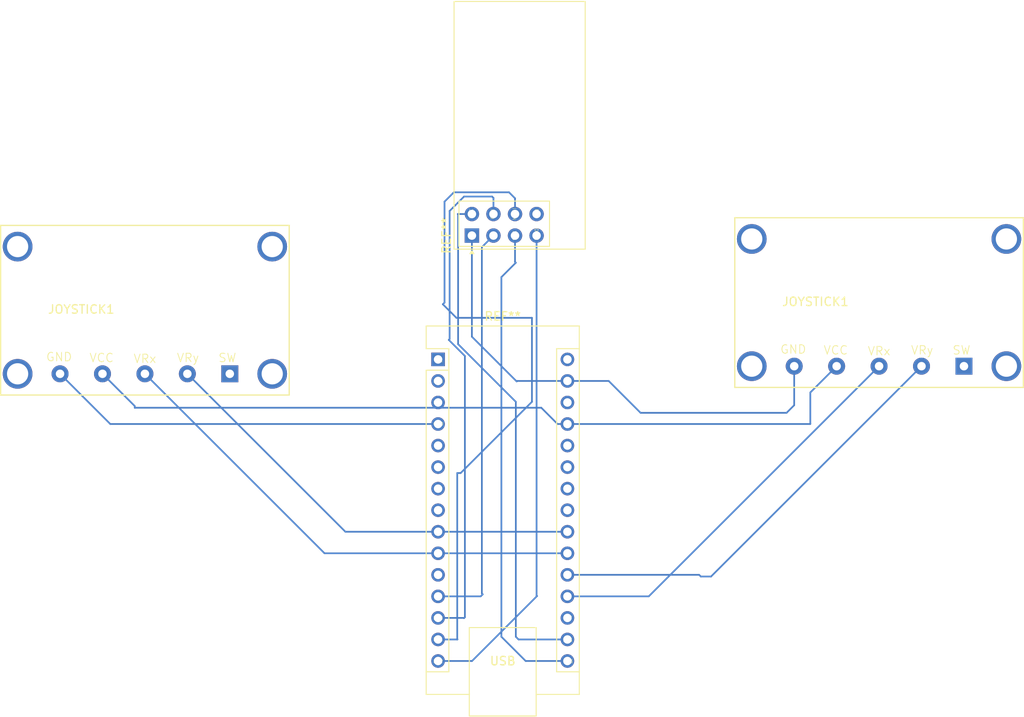
<source format=kicad_pcb>
(kicad_pcb (version 20241229) (generator "pcbnew") (generator_version "9.0")
  (layers (0 "F.Cu" signal) (2 "B.Cu" signal) (13 "F.Paste" user) (15 "B.Paste" user) (5 "F.SilkS" user "F.Silkscreen") (7 "B.SilkS" user "B.Silkscreen") (1 "F.Mask" user) (3 "B.Mask" user) (25 "Edge.Cuts" user))
  (net 0 "")
  (footprint "JSTfootprint:PS2_JOYSTICK" (layer "F.Cu") (at 190.6 89 180)
    (property "Reference" "JOYSTICK1" (at 7.5 0.1 0) (layer "F.SilkS"))
    (property "Value" "PS2_JOYSTICK")
    (fp_line (start 17 10) (end -17 10) (stroke (width 0.15)) (layer "F.SilkS"))
    (fp_line (start 17 -10) (end 17 10) (stroke (width 0.15)) (layer "F.SilkS"))
    (fp_line (start -17 10) (end -17 -10) (stroke (width 0.15)) (layer "F.SilkS"))
    (fp_line (start -17 -10) (end 17 -10) (stroke (width 0.15)) (layer "F.SilkS"))
    (pad "" thru_hole circle (at -15 -7.5 180) (size 3.5 3.5) (drill 2.5) (layers "*.Cu" "*.Mask"))
    (pad "" thru_hole circle (at -15 7.5 180) (size 3.5 3.5) (drill 2.5) (layers "*.Cu" "*.Mask"))
    (pad "" thru_hole circle (at 15 -7.5 180) (size 3.5 3.5) (drill 2.5) (layers "*.Cu" "*.Mask"))
    (pad "" thru_hole circle (at 15 7.5 180) (size 3.5 3.5) (drill 2.5) (layers "*.Cu" "*.Mask"))
    (pad "1" thru_hole rect (at -10 -7.5 180) (size 2 2) (drill 1) (layers "*.Cu" "*.Mask"))
    (pad "2" thru_hole circle (at -5 -7.5 180) (size 2 2) (drill 1) (layers "*.Cu" "*.Mask"))
    (pad "3" thru_hole circle (at 0 -7.5 180) (size 2 2) (drill 1) (layers "*.Cu" "*.Mask"))
    (pad "4" thru_hole circle (at 5 -7.5 180) (size 2 2) (drill 1) (layers "*.Cu" "*.Mask"))
    (pad "5" thru_hole circle (at 10 -7.5 180) (size 2 2) (drill 1) (layers "*.Cu" "*.Mask"))
  )
  (footprint "Module:Arduino_Nano" (layer "F.Cu") (at 138.64 95.7)
    (property "Reference" "REF**" (at 7.62 -5.08 0) (layer "F.SilkS"))
    (property "Value" "Arduino_Nano")
    (fp_line (start -1.4 -3.94) (end -1.4 -1.27) (stroke (width 0.12)) (layer "F.SilkS"))
    (fp_line (start -1.4 1.27) (end -1.4 39.5) (stroke (width 0.12)) (layer "F.SilkS"))
    (fp_line (start -1.4 39.5) (end 3.68 39.5) (stroke (width 0.12)) (layer "F.SilkS"))
    (fp_line (start 1.27 -1.27) (end -1.4 -1.27) (stroke (width 0.12)) (layer "F.SilkS"))
    (fp_line (start 1.27 1.27) (end -1.4 1.27) (stroke (width 0.12)) (layer "F.SilkS"))
    (fp_line (start 1.27 1.27) (end 1.27 -1.27) (stroke (width 0.12)) (layer "F.SilkS"))
    (fp_line (start 1.27 1.27) (end 1.27 36.83) (stroke (width 0.12)) (layer "F.SilkS"))
    (fp_line (start 1.27 36.83) (end -1.4 36.83) (stroke (width 0.12)) (layer "F.SilkS"))
    (fp_line (start 3.68 31.62) (end 11.56 31.62) (stroke (width 0.12)) (layer "F.SilkS"))
    (fp_line (start 3.68 42.04) (end 3.68 31.62) (stroke (width 0.12)) (layer "F.SilkS"))
    (fp_line (start 11.56 31.62) (end 11.56 42.04) (stroke (width 0.12)) (layer "F.SilkS"))
    (fp_line (start 11.56 42.04) (end 3.68 42.04) (stroke (width 0.12)) (layer "F.SilkS"))
    (fp_line (start 13.97 -1.27) (end 13.97 36.83) (stroke (width 0.12)) (layer "F.SilkS"))
    (fp_line (start 13.97 -1.27) (end 16.64 -1.27) (stroke (width 0.12)) (layer "F.SilkS"))
    (fp_line (start 13.97 36.83) (end 16.64 36.83) (stroke (width 0.12)) (layer "F.SilkS"))
    (fp_line (start 16.64 -3.94) (end -1.4 -3.94) (stroke (width 0.12)) (layer "F.SilkS"))
    (fp_line (start 16.64 39.5) (end 11.56 39.5) (stroke (width 0.12)) (layer "F.SilkS"))
    (fp_line (start 16.64 39.5) (end 16.64 -3.94) (stroke (width 0.12)) (layer "F.SilkS"))
    (fp_text user "USB" (at 7.62 35.56 0) (layer "F.SilkS"))
    (pad "1" thru_hole rect (at 0 0) (size 1.6 1.6) (drill 1) (layers "*.Cu" "*.Mask"))
    (pad "2" thru_hole oval (at 0 2.54) (size 1.6 1.6) (drill 1) (layers "*.Cu" "*.Mask"))
    (pad "3" thru_hole oval (at 0 5.08) (size 1.6 1.6) (drill 1) (layers "*.Cu" "*.Mask"))
    (pad "4" thru_hole oval (at 0 7.62) (size 1.6 1.6) (drill 1) (layers "*.Cu" "*.Mask"))
    (pad "5" thru_hole oval (at 0 10.16) (size 1.6 1.6) (drill 1) (layers "*.Cu" "*.Mask"))
    (pad "6" thru_hole oval (at 0 12.7) (size 1.6 1.6) (drill 1) (layers "*.Cu" "*.Mask"))
    (pad "7" thru_hole oval (at 0 15.24) (size 1.6 1.6) (drill 1) (layers "*.Cu" "*.Mask"))
    (pad "8" thru_hole oval (at 0 17.78) (size 1.6 1.6) (drill 1) (layers "*.Cu" "*.Mask"))
    (pad "9" thru_hole oval (at 0 20.32) (size 1.6 1.6) (drill 1) (layers "*.Cu" "*.Mask"))
    (pad "10" thru_hole oval (at 0 22.86) (size 1.6 1.6) (drill 1) (layers "*.Cu" "*.Mask"))
    (pad "11" thru_hole oval (at 0 25.4) (size 1.6 1.6) (drill 1) (layers "*.Cu" "*.Mask"))
    (pad "12" thru_hole oval (at 0 27.94) (size 1.6 1.6) (drill 1) (layers "*.Cu" "*.Mask"))
    (pad "13" thru_hole oval (at 0 30.48) (size 1.6 1.6) (drill 1) (layers "*.Cu" "*.Mask"))
    (pad "14" thru_hole oval (at 0 33.02) (size 1.6 1.6) (drill 1) (layers "*.Cu" "*.Mask"))
    (pad "15" thru_hole oval (at 0 35.56) (size 1.6 1.6) (drill 1) (layers "*.Cu" "*.Mask"))
    (pad "16" thru_hole oval (at 15.24 35.56) (size 1.6 1.6) (drill 1) (layers "*.Cu" "*.Mask"))
    (pad "17" thru_hole oval (at 15.24 33.02) (size 1.6 1.6) (drill 1) (layers "*.Cu" "*.Mask"))
    (pad "18" thru_hole oval (at 15.24 30.48) (size 1.6 1.6) (drill 1) (layers "*.Cu" "*.Mask"))
    (pad "19" thru_hole oval (at 15.24 27.94) (size 1.6 1.6) (drill 1) (layers "*.Cu" "*.Mask"))
    (pad "20" thru_hole oval (at 15.24 25.4) (size 1.6 1.6) (drill 1) (layers "*.Cu" "*.Mask"))
    (pad "21" thru_hole oval (at 15.24 22.86) (size 1.6 1.6) (drill 1) (layers "*.Cu" "*.Mask"))
    (pad "22" thru_hole oval (at 15.24 20.32) (size 1.6 1.6) (drill 1) (layers "*.Cu" "*.Mask"))
    (pad "23" thru_hole oval (at 15.24 17.78) (size 1.6 1.6) (drill 1) (layers "*.Cu" "*.Mask"))
    (pad "24" thru_hole oval (at 15.24 15.24) (size 1.6 1.6) (drill 1) (layers "*.Cu" "*.Mask"))
    (pad "25" thru_hole oval (at 15.24 12.7) (size 1.6 1.6) (drill 1) (layers "*.Cu" "*.Mask"))
    (pad "26" thru_hole oval (at 15.24 10.16) (size 1.6 1.6) (drill 1) (layers "*.Cu" "*.Mask"))
    (pad "27" thru_hole oval (at 15.24 7.62) (size 1.6 1.6) (drill 1) (layers "*.Cu" "*.Mask"))
    (pad "28" thru_hole oval (at 15.24 5.08) (size 1.6 1.6) (drill 1) (layers "*.Cu" "*.Mask"))
    (pad "29" thru_hole oval (at 15.24 2.54) (size 1.6 1.6) (drill 1) (layers "*.Cu" "*.Mask"))
    (pad "30" thru_hole oval (at 15.24 0) (size 1.6 1.6) (drill 1) (layers "*.Cu" "*.Mask"))
  )
  (footprint "JSTfootprint:PS2_JOYSTICK" (layer "F.Cu") (at 104.1 89.9 180)
    (property "Reference" "JOYSTICK1" (at 7.5 0.1 0) (layer "F.SilkS"))
    (property "Value" "PS2_JOYSTICK")
    (fp_line (start 17 10) (end -17 10) (stroke (width 0.15)) (layer "F.SilkS"))
    (fp_line (start 17 -10) (end 17 10) (stroke (width 0.15)) (layer "F.SilkS"))
    (fp_line (start -17 10) (end -17 -10) (stroke (width 0.15)) (layer "F.SilkS"))
    (fp_line (start -17 -10) (end 17 -10) (stroke (width 0.15)) (layer "F.SilkS"))
    (pad "" thru_hole circle (at -15 -7.5 180) (size 3.5 3.5) (drill 2.5) (layers "*.Cu" "*.Mask"))
    (pad "" thru_hole circle (at -15 7.5 180) (size 3.5 3.5) (drill 2.5) (layers "*.Cu" "*.Mask"))
    (pad "" thru_hole circle (at 15 -7.5 180) (size 3.5 3.5) (drill 2.5) (layers "*.Cu" "*.Mask"))
    (pad "" thru_hole circle (at 15 7.5 180) (size 3.5 3.5) (drill 2.5) (layers "*.Cu" "*.Mask"))
    (pad "1" thru_hole rect (at -10 -7.5 180) (size 2 2) (drill 1) (layers "*.Cu" "*.Mask"))
    (pad "2" thru_hole circle (at -5 -7.5 180) (size 2 2) (drill 1) (layers "*.Cu" "*.Mask"))
    (pad "3" thru_hole circle (at 0 -7.5 180) (size 2 2) (drill 1) (layers "*.Cu" "*.Mask"))
    (pad "4" thru_hole circle (at 5 -7.5 180) (size 2 2) (drill 1) (layers "*.Cu" "*.Mask"))
    (pad "5" thru_hole circle (at 10 -7.5 180) (size 2 2) (drill 1) (layers "*.Cu" "*.Mask"))
  )
  (footprint "RF_Module:nRF24L01_Breakout" (layer "F.Cu") (at 142.625 81.1 90)
    (property "Reference" "REF**" (at 0 -3 90) (layer "F.SilkS"))
    (property "Value" "nRF24L01_Breakout")
    (fp_line (start 27.6 -2.1) (end 27.6 13.35) (stroke (width 0.12)) (layer "F.SilkS"))
    (fp_line (start -1.6 -2.1) (end 27.6 -2.1) (stroke (width 0.12)) (layer "F.SilkS"))
    (fp_line (start -1.6 -2.1) (end -1.6 -2.1) (stroke (width 0.12)) (layer "F.SilkS"))
    (fp_line (start 4.064 -1.524) (end 4.064 9.144) (stroke (width 0.12)) (layer "F.SilkS"))
    (fp_line (start -1.27 -1.524) (end 4.064 -1.524) (stroke (width 0.12)) (layer "F.SilkS"))
    (fp_line (start -1.27 -1.524) (end -1.27 -1.524) (stroke (width 0.12)) (layer "F.SilkS"))
    (fp_line (start 4.064 9.144) (end -1.27 9.144) (stroke (width 0.12)) (layer "F.SilkS"))
    (fp_line (start -1.27 9.144) (end -1.27 -1.524) (stroke (width 0.12)) (layer "F.SilkS"))
    (fp_line (start -1.27 9.144) (end -1.27 9.144) (stroke (width 0.12)) (layer "F.SilkS"))
    (fp_line (start 27.6 13.35) (end -1.6 13.35) (stroke (width 0.12)) (layer "F.SilkS"))
    (fp_line (start -1.6 13.35) (end -1.6 -2.1) (stroke (width 0.12)) (layer "F.SilkS"))
    (fp_poly (pts (xy -1.8 0) (xy -2.136 0.24) (xy -2.136 -0.24) (xy -1.8 0)) (stroke (width 0.12)) (fill yes) (layer "F.SilkS"))
    (pad "1" thru_hole rect (at 0 0 90) (size 1.7 1.7) (drill 1) (layers "*.Cu" "*.Mask"))
    (pad "2" thru_hole circle (at 2.54 0 90) (size 1.7 1.7) (drill 1) (layers "*.Cu" "*.Mask"))
    (pad "3" thru_hole circle (at 0 2.54 90) (size 1.7 1.7) (drill 1) (layers "*.Cu" "*.Mask"))
    (pad "4" thru_hole circle (at 2.54 2.54 90) (size 1.7 1.7) (drill 1) (layers "*.Cu" "*.Mask"))
    (pad "5" thru_hole circle (at 0 5.08 90) (size 1.7 1.7) (drill 1) (layers "*.Cu" "*.Mask"))
    (pad "6" thru_hole circle (at 2.54 5.08 90) (size 1.7 1.7) (drill 1) (layers "*.Cu" "*.Mask"))
    (pad "7" thru_hole circle (at 0 7.62 90) (size 1.7 1.7) (drill 1) (layers "*.Cu" "*.Mask"))
    (pad "8" thru_hole circle (at 2.54 7.62 90) (size 1.7 1.7) (drill 1) (layers "*.Cu" "*.Mask"))
  )
  (gr_text "GND" (at 153.39 98.49 0) (layer "F.SilkS") (effects (font (size 0.3 0.3) (thickness 0.04)) (justify left bottom)))
  (gr_text "D11" (at 138.04 128.94 0) (layer "F.SilkS") (effects (font (size 0.4 0.4) (thickness 0.04)) (justify left bottom)))
  (gr_text "VRy" (at 194.3 95.2 0) (layer "F.SilkS") (effects (font (size 1 1) (thickness 0.1)) (justify left bottom)))
  (gr_text "A1" (at 153.54 121.34 0) (layer "F.SilkS") (effects (font (size 0.4 0.4) (thickness 0.04)) (justify left bottom)))
  (gr_text "D6" (at 138.24 116.24 0) (layer "F.SilkS") (effects (font (size 0.4 0.4) (thickness 0.04)) (justify left bottom)))
  (gr_text "IRQ" (at 150.5 79 90) (layer "F.SilkS") (effects (font (size 0.4 0.4) (thickness 0.04)) (justify left bottom)))
  (gr_text "A6" (at 153.44 108.64 0) (layer "F.SilkS") (effects (font (size 0.4 0.4) (thickness 0.04)) (justify left bottom)))
  (gr_text "REF" (at 153.34 126.44 0) (layer "F.SilkS") (effects (font (size 0.4 0.4) (thickness 0.04)) (justify left bottom)))
  (gr_text "GND" (at 178.9 95.1 0) (layer "F.SilkS") (effects (font (size 1 1) (thickness 0.1)) (justify left bottom)))
  (gr_text "VRx" (at 102.7 96.2 0) (layer "F.SilkS") (effects (font (size 1 1) (thickness 0.1)) (justify left bottom)))
  (gr_text "VCC" (at 97.5 96.1 0) (layer "F.SilkS") (effects (font (size 1 1) (thickness 0.1)) (justify left bottom)))
  (gr_text "TX1" (at 138.14 96.04 0) (layer "F.SilkS") (effects (font (size 0.4 0.4) (thickness 0.04)) (justify left bottom)))
  (gr_text "VIN" (at 153.39 95.99 0) (layer "F.SilkS") (effects (font (size 0.4 0.4) (thickness 0.04)) (justify left bottom)))
  (gr_text "A3" (at 153.44 116.34 0) (layer "F.SilkS") (effects (font (size 0.4 0.4) (thickness 0.04)) (justify left bottom)))
  (gr_text "VCC" (at 142.8 79.1 90) (layer "F.SilkS") (effects (font (size 0.4 0.4) (thickness 0.04)) (justify left bottom)))
  (gr_text "A2" (at 153.54 118.74 0) (layer "F.SilkS") (effects (font (size 0.4 0.4) (thickness 0.04)) (justify left bottom)))
  (gr_text "D4" (at 138.24 111.24 0) (layer "F.SilkS") (effects (font (size 0.4 0.4) (thickness 0.04)) (justify left bottom)))
  (gr_text "A4" (at 153.44 113.74 0) (layer "F.SilkS") (effects (font (size 0.4 0.4) (thickness 0.04)) (justify left bottom)))
  (gr_text "5V" (at 153.44 103.54 0) (layer "F.SilkS") (effects (font (size 0.4 0.4) (thickness 0.04)) (justify left bottom)))
  (gr_text "RX0" (at 138.04 98.54 0) (layer "F.SilkS") (effects (font (size 0.4 0.4) (thickness 0.04)) (justify left bottom)))
  (gr_text "RST" (at 138.04 101.04 0) (layer "F.SilkS") (effects (font (size 0.4 0.4) (thickness 0.04)) (justify left bottom)))
  (gr_text "SW" (at 112.7 96.1 0) (layer "F.SilkS") (effects (font (size 1 1) (thickness 0.1)) (justify left bottom)))
  (gr_text "GND" (at 142.7 81.4 90) (layer "F.SilkS") (effects (font (size 0.2 0.2) (thickness 0.04)) (justify left bottom)))
  (gr_text "GND" (at 138.04 103.54 0) (layer "F.SilkS") (effects (font (size 0.4 0.4) (thickness 0.04)) (justify left bottom)))
  (gr_text "A7" (at 153.54 106.14 0) (layer "F.SilkS") (effects (font (size 0.4 0.4) (thickness 0.04)) (justify left bottom)))
  (gr_text "VCC" (at 184 95.2 0) (layer "F.SilkS") (effects (font (size 1 1) (thickness 0.1)) (justify left bottom)))
  (gr_text "D3" (at 138.24 108.64 0) (layer "F.SilkS") (effects (font (size 0.4 0.4) (thickness 0.04)) (justify left bottom)))
  (gr_text "MISO" (at 150.5 81.7 90) (layer "F.SilkS") (effects (font (size 0.4 0.4) (thickness 0.04)) (justify left bottom)))
  (gr_text "D13" (at 153.34 131.54 0) (layer "F.SilkS") (effects (font (size 0.4 0.4) (thickness 0.04)) (justify left bottom)))
  (gr_text "D10" (at 138.04 126.44 0) (layer "F.SilkS") (effects (font (size 0.4 0.4) (thickness 0.04)) (justify left bottom)))
  (gr_text "VRx" (at 189.2 95.3 0) (layer "F.SilkS") (effects (font (size 1 1) (thickness 0.1)) (justify left bottom)))
  (gr_text "GND" (at 92.4 96 0) (layer "F.SilkS") (effects (font (size 1 1) (thickness 0.1)) (justify left bottom)))
  (gr_text "D5" (at 138.24 113.74 0) (layer "F.SilkS") (effects (font (size 0.4 0.4) (thickness 0.04)) (justify left bottom)))
  (gr_text "D12" (at 138.04 131.54 0) (layer "F.SilkS") (effects (font (size 0.4 0.4) (thickness 0.04)) (justify left bottom)))
  (gr_text "RST" (at 153.39 100.99 0) (layer "F.SilkS") (effects (font (size 0.3 0.3) (thickness 0.04)) (justify left bottom)))
  (gr_text "D2" (at 138.24 106.14 0) (layer "F.SilkS") (effects (font (size 0.4 0.4) (thickness 0.04)) (justify left bottom)))
  (gr_text "D7" (at 138.24 118.84 0) (layer "F.SilkS") (effects (font (size 0.4 0.4) (thickness 0.04)) (justify left bottom)))
  (gr_text "3V3" (at 153.34 129.04 0) (layer "F.SilkS") (effects (font (size 0.4 0.4) (thickness 0.04)) (justify left bottom)))
  (gr_text "SW" (at 199.2 95.2 0) (layer "F.SilkS") (effects (font (size 1 1) (thickness 0.1)) (justify left bottom)))
  (gr_text "D8" (at 138.24 121.34 0) (layer "F.SilkS") (effects (font (size 0.4 0.4) (thickness 0.04)) (justify left bottom)))
  (gr_text "D9" (at 138.24 123.94 0) (layer "F.SilkS") (effects (font (size 0.4 0.4) (thickness 0.04)) (justify left bottom)))
  (gr_text "SCK" (at 147.9 81.7 90) (layer "F.SilkS") (effects (font (size 0.4 0.4) (thickness 0.04)) (justify left bottom)))
  (gr_text "MOSI" (at 147.9 79.3 90) (layer "F.SilkS") (effects (font (size 0.4 0.4) (thickness 0.04)) (justify left bottom)))
  (gr_text "A0" (at 153.54 123.94 0) (layer "F.SilkS") (effects (font (size 0.4 0.4) (thickness 0.04)) (justify left bottom)))
  (gr_text "CSN" (at 145.3 79.2 90) (layer "F.SilkS") (effects (font (size 0.4 0.4) (thickness 0.04)) (justify left bottom)))
  (gr_text "CE" (at 145.3 81.5 90) (layer "F.SilkS") (effects (font (size 0.4 0.4) (thickness 0.04)) (justify left bottom)))
  (gr_text "VRy" (at 107.8 96.1 0) (layer "F.SilkS") (effects (font (size 1 1) (thickness 0.1)) (justify left bottom)))
  (gr_text "A5" (at 153.44 111.14 0) (layer "F.SilkS") (effects (font (size 0.4 0.4) (thickness 0.04)) (justify left bottom)))
  (gr_text "VIN" (at 153.39 95.99 0) (layer "Edge.Cuts") (effects (font (size 0.4 0.4) (thickness 0.04)) (justify left bottom)))
  (segment (start 158.74 98.24) (end 153.88 98.24) (width 0.2) (layer "B.Cu") (net 0))
  (segment (start 179.7 102) (end 162.5 102) (width 0.2) (layer "B.Cu") (net 0))
  (segment (start 141.7 126.2) (end 141.68 126.18) (width 0.2) (layer "B.Cu") (net 0))
  (segment (start 147.8 128.4) (end 148.12 128.72) (width 0.2) (layer "B.Cu") (net 0))
  (segment (start 147.8 100.7) (end 147.8 128.4) (width 0.2) (layer "B.Cu") (net 0))
  (segment (start 147 76) (end 140.5 76) (width 0.2) (layer "B.Cu") (net 0))
  (segment (start 140 93.3) (end 139.9 93.4) (width 0.2) (layer "B.Cu") (net 0))
  (segment (start 149.7 100.7) (end 141.3 109.1) (width 0.2) (layer "B.Cu") (net 0))
  (segment (start 147.8 84.3) (end 147.705 84.205) (width 0.2) (layer "B.Cu") (net 0))
  (segment (start 125.26 118.56) (end 153.88 118.56) (width 0.2) (layer "B.Cu") (net 0))
  (segment (start 140.5 76) (end 139.4 77.1) (width 0.2) (layer "B.Cu") (net 0))
  (segment (start 146.1 86) (end 147.8 84.3) (width 0.2) (layer "B.Cu") (net 0))
  (segment (start 141 93.9) (end 147.8 100.7) (width 0.2) (layer "B.Cu") (net 0))
  (segment (start 147.705 84.205) (end 147.705 81.1) (width 0.2) (layer "B.Cu") (net 0))
  (segment (start 142.625 81.1) (end 142.625 93.025) (width 0.2) (layer "B.Cu") (net 0))
  (segment (start 140.8 90.8) (end 149.7 90.8) (width 0.2) (layer "B.Cu") (net 0))
  (segment (start 147.705 76.705) (end 147 76) (width 0.2) (layer "B.Cu") (net 0))
  (segment (start 145.165 76.665) (end 145 76.5) (width 0.2) (layer "B.Cu") (net 0))
  (segment (start 141.3 109.1) (end 140.9 109.1) (width 0.2) (layer "B.Cu") (net 0))
  (segment (start 153.88 131.26) (end 148.96 131.26) (width 0.2) (layer "B.Cu") (net 0))
  (segment (start 141 78.6) (end 141 93.9) (width 0.2) (layer "B.Cu") (net 0))
  (segment (start 182.48 103.32) (end 153.88 103.32) (width 0.2) (layer "B.Cu") (net 0))
  (segment (start 140.9 128.7) (end 140.92 128.72) (width 0.2) (layer "B.Cu") (net 0))
  (segment (start 139.4 77.1) (end 139.4 89) (width 0.2) (layer "B.Cu") (net 0))
  (segment (start 109.1 97.4) (end 127.72 116.02) (width 0.2) (layer "B.Cu") (net 0))
  (segment (start 139.2 89.2) (end 140.8 90.8) (width 0.2) (layer "B.Cu") (net 0))
  (segment (start 180.6 101.1) (end 179.7 102) (width 0.2) (layer "B.Cu") (net 0))
  (segment (start 145 76.5) (end 141.7 76.5) (width 0.2) (layer "B.Cu") (net 0))
  (segment (start 148.96 131.26) (end 146.1 128.4) (width 0.2) (layer "B.Cu") (net 0))
  (segment (start 169.6 121.3) (end 169.4 121.1) (width 0.2) (layer "B.Cu") (net 0))
  (segment (start 147.9 98.3) (end 147.96 98.24) (width 0.2) (layer "B.Cu") (net 0))
  (segment (start 142.625 78.56) (end 140.96 78.56) (width 0.2) (layer "B.Cu") (net 0))
  (segment (start 147.705 78.56) (end 147.705 76.705) (width 0.2) (layer "B.Cu") (net 0))
  (segment (start 138.64 131.26) (end 142.64 131.26) (width 0.2) (layer "B.Cu") (net 0))
  (segment (start 163.46 123.64) (end 153.88 123.64) (width 0.2) (layer "B.Cu") (net 0))
  (segment (start 143.8 82.465) (end 143.8 123.3) (width 0.2) (layer "B.Cu") (net 0))
  (segment (start 190.6 96.5) (end 163.46 123.64) (width 0.2) (layer "B.Cu") (net 0))
  (segment (start 145.165 81.1) (end 143.8 82.465) (width 0.2) (layer "B.Cu") (net 0))
  (segment (start 141.8 95.3) (end 141.8 126.1) (width 0.2) (layer "B.Cu") (net 0))
  (segment (start 185.6 96.5) (end 182.5 99.6) (width 0.2) (layer "B.Cu") (net 0))
  (segment (start 145.165 78.56) (end 145.165 76.665) (width 0.2) (layer "B.Cu") (net 0))
  (segment (start 182.5 103.3) (end 182.48 103.32) (width 0.2) (layer "B.Cu") (net 0))
  (segment (start 142.64 131.26) (end 150.3 123.6) (width 0.2) (layer "B.Cu") (net 0))
  (segment (start 149.7 90.8) (end 149.7 100.7) (width 0.2) (layer "B.Cu") (net 0))
  (segment (start 150.3 123.6) (end 150.245 123.545) (width 0.2) (layer "B.Cu") (net 0))
  (segment (start 182.5 99.6) (end 182.5 103.3) (width 0.2) (layer "B.Cu") (net 0))
  (segment (start 139.9 93.4) (end 141.8 95.3) (width 0.2) (layer "B.Cu") (net 0))
  (segment (start 195.6 96.5) (end 170.8 121.3) (width 0.2) (layer "B.Cu") (net 0))
  (segment (start 152.72 103.32) (end 153.88 103.32) (width 0.2) (layer "B.Cu") (net 0))
  (segment (start 141.7 76.5) (end 140 78.2) (width 0.2) (layer "B.Cu") (net 0))
  (segment (start 147.96 98.24) (end 153.88 98.24) (width 0.2) (layer "B.Cu") (net 0))
  (segment (start 140.96 78.56) (end 141 78.6) (width 0.2) (layer "B.Cu") (net 0))
  (segment (start 143.8 123.3) (end 143.9 123.4) (width 0.2) (layer "B.Cu") (net 0))
  (segment (start 143.66 123.64) (end 138.64 123.64) (width 0.2) (layer "B.Cu") (net 0))
  (segment (start 148.12 128.72) (end 153.88 128.72) (width 0.2) (layer "B.Cu") (net 0))
  (segment (start 140.9 109.1) (end 140.9 128.7) (width 0.2) (layer "B.Cu") (net 0))
  (segment (start 141.8 126.1) (end 141.7 126.2) (width 0.2) (layer "B.Cu") (net 0))
  (segment (start 150.8 101.4) (end 152.72 103.32) (width 0.2) (layer "B.Cu") (net 0))
  (segment (start 140.92 128.72) (end 138.64 128.72) (width 0.2) (layer "B.Cu") (net 0))
  (segment (start 102.9 101.4) (end 150.8 101.4) (width 0.2) (layer "B.Cu") (net 0))
  (segment (start 142.625 93.025) (end 147.9 98.3) (width 0.2) (layer "B.Cu") (net 0))
  (segment (start 169.4 121.1) (end 153.88 121.1) (width 0.2) (layer "B.Cu") (net 0))
  (segment (start 139.4 89) (end 139.2 89.2) (width 0.2) (layer "B.Cu") (net 0))
  (segment (start 140 78.2) (end 140 93.3) (width 0.2) (layer "B.Cu") (net 0))
  (segment (start 127.72 116.02) (end 153.88 116.02) (width 0.2) (layer "B.Cu") (net 0))
  (segment (start 180.6 96.5) (end 180.6 101.1) (width 0.2) (layer "B.Cu") (net 0))
  (segment (start 104.1 97.4) (end 125.26 118.56) (width 0.2) (layer "B.Cu") (net 0))
  (segment (start 141.68 126.18) (end 138.64 126.18) (width 0.2) (layer "B.Cu") (net 0))
  (segment (start 100.02 103.32) (end 94.1 97.4) (width 0.2) (layer "B.Cu") (net 0))
  (segment (start 102.9 101.2) (end 102.9 101.4) (width 0.2) (layer "B.Cu") (net 0))
  (segment (start 146.1 128.4) (end 146.1 86) (width 0.2) (layer "B.Cu") (net 0))
  (segment (start 138.64 103.32) (end 100.02 103.32) (width 0.2) (layer "B.Cu") (net 0))
  (segment (start 99.1 97.4) (end 102.9 101.2) (width 0.2) (layer "B.Cu") (net 0))
  (segment (start 162.5 102) (end 158.74 98.24) (width 0.2) (layer "B.Cu") (net 0))
  (segment (start 150.245 123.545) (end 150.245 81.1) (width 0.2) (layer "B.Cu") (net 0))
  (segment (start 170.8 121.3) (end 169.6 121.3) (width 0.2) (layer "B.Cu") (net 0))
  (segment (start 143.9 123.4) (end 143.66 123.64) (width 0.2) (layer "B.Cu") (net 0))
)
</source>
